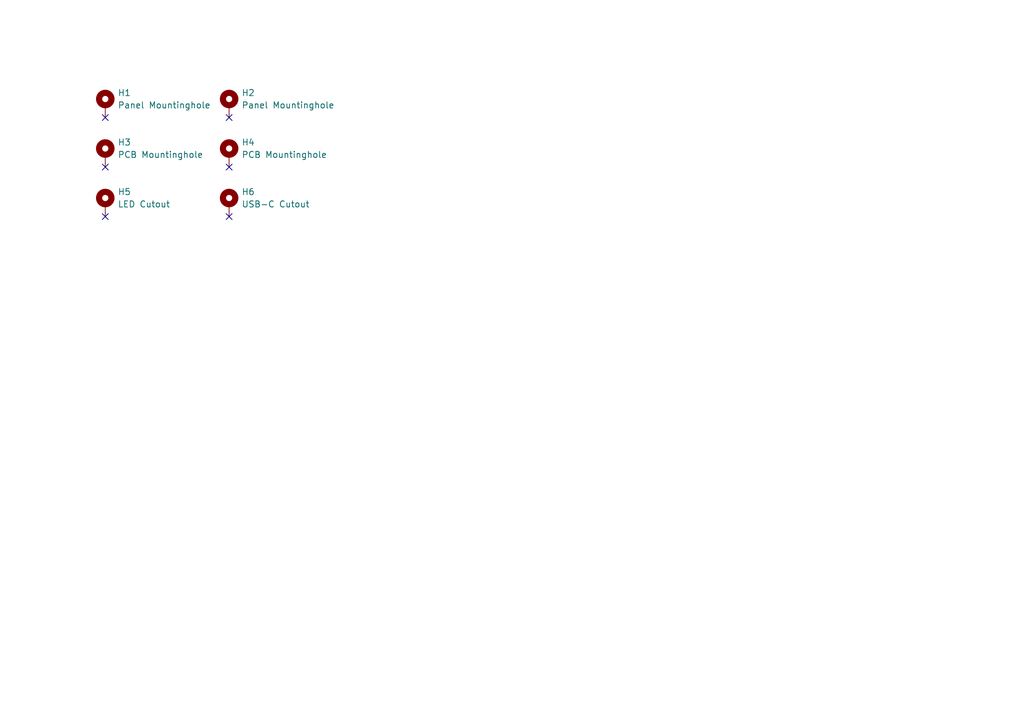
<source format=kicad_sch>
(kicad_sch (version 20231120) (generator "eeschema") (generator_version "8.0")
  (paper "A5")
  (title_block (title "Powerline-USB-C-Frontpanel") (date "2024-08-26") (rev "0.1"))
  (lib_symbols
    (symbol "Mechanical:MountingHole_Pad" (pin_numbers hide) (pin_names (offset 1.016) hide) (exclude_from_sim yes) (in_bom no)
      (property "Reference" "H" (at 0 6.35 0))
      (property "Value" "MountingHole_Pad" (at 0 4.445 0))
      (symbol "MountingHole_Pad_0_1"
        (circle (center 0 1.27) (radius 1.27) (stroke (width 1.27)))
      )
      (symbol "MountingHole_Pad_1_1"
        (pin input line (at 0 -2.54 90) (length 2.54) (name "1") (number "1"))
      )
    )
  )
  (no_connect (at 46.99 44.45))
  (no_connect (at 46.99 24.13))
  (no_connect (at 21.59 24.13))
  (no_connect (at 46.99 34.29))
  (no_connect (at 21.59 34.29))
  (no_connect (at 21.59 44.45))
  (symbol (lib_id "Mechanical:MountingHole_Pad") (at 21.59 31.75 0) (unit 1) (exclude_from_sim yes) (in_bom no)
    (property "Reference" "H3" (at 24.13 29.2099 0) (effects (justify left)))
    (property "Value" "PCB Mountinghole" (at 24.13 31.7499 0) (effects (justify left)))
    (property "Footprint" "MountingHole:MountingHole_2.2mm_M2_DIN965_Pad" (effects (hide yes)))
    (property "Description" "Mounting Hole with connection" (effects (hide yes)))
  )
  (symbol (lib_id "Mechanical:MountingHole_Pad") (at 21.59 21.59 0) (unit 1) (exclude_from_sim yes) (in_bom no)
    (property "Reference" "H1" (at 24.13 19.0499 0) (effects (justify left)))
    (property "Value" "Panel Mountinghole" (at 24.13 21.5899 0) (effects (justify left)))
    (property "Footprint" "Powerline-USB-C-Frontpanel:Mounting Hole" (effects (hide yes)))
    (property "Description" "Mounting Hole with connection" (effects (hide yes)))
  )
  (symbol (lib_id "Mechanical:MountingHole_Pad") (at 21.59 41.91 0) (unit 1) (exclude_from_sim yes) (in_bom no)
    (property "Reference" "H5" (at 24.13 39.3699 0) (effects (justify left)))
    (property "Value" "LED Cutout" (at 24.13 41.9099 0) (effects (justify left)))
    (property "Footprint" "Powerline-USB-C-Frontpanel:LED-Cutout" (effects (hide yes)))
    (property "Description" "Mounting Hole with connection" (effects (hide yes)))
  )
  (symbol (lib_id "Mechanical:MountingHole_Pad") (at 46.99 21.59 0) (unit 1) (exclude_from_sim yes) (in_bom no)
    (property "Reference" "H2" (at 49.53 19.0499 0) (effects (justify left)))
    (property "Value" "Panel Mountinghole" (at 49.53 21.5899 0) (effects (justify left)))
    (property "Footprint" "Powerline-USB-C-Frontpanel:Mounting Hole" (effects (hide yes)))
    (property "Description" "Mounting Hole with connection" (effects (hide yes)))
  )
  (symbol (lib_id "Mechanical:MountingHole_Pad") (at 46.99 31.75 0) (unit 1) (exclude_from_sim yes) (in_bom no)
    (property "Reference" "H4" (at 49.53 29.2099 0) (effects (justify left)))
    (property "Value" "PCB Mountinghole" (at 49.53 31.7499 0) (effects (justify left)))
    (property "Footprint" "MountingHole:MountingHole_2.2mm_M2_DIN965_Pad" (effects (hide yes)))
    (property "Description" "Mounting Hole with connection" (effects (hide yes)))
  )
  (symbol (lib_id "Mechanical:MountingHole_Pad") (at 46.99 41.91 0) (unit 1) (exclude_from_sim yes) (in_bom no)
    (property "Reference" "H6" (at 49.53 39.3699 0) (effects (justify left)))
    (property "Value" "USB-C Cutout" (at 49.53 41.9099 0) (effects (justify left)))
    (property "Footprint" "Powerline-USB-C-Frontpanel:USB-C-Cutout" (effects (hide yes)))
    (property "Description" "Mounting Hole with connection" (effects (hide yes)))
  )
)
</source>
